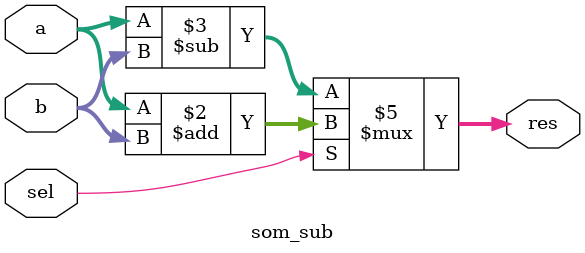
<source format=v>
`default_nettype none //Comando para desabilitar declaração automática de wires
module Mod_Teste (
//Clocks
input CLOCK_27, CLOCK_50,
//Chaves e Botoes
input [3:0] KEY,
input [17:0] SW,
//Displays de 7 seg e LEDs
output [0:6] HEX0, HEX1, HEX2, HEX3, HEX4, HEX5, HEX6, HEX7,
output [8:0] LEDG,
output [17:0] LEDR,
//Serial
output UART_TXD,
input UART_RXD,
inout [7:0] LCD_DATA,
output LCD_ON, LCD_BLON, LCD_RW, LCD_EN, LCD_RS,
//GPIO
inout [35:0] GPIO_0, GPIO_1
);
assign GPIO_1 = 36'hzzzzzzzzz;
assign GPIO_0 = 36'hzzzzzzzzz;
assign LCD_ON = 1'b1;
assign LCD_BLON = 1'b1;
wire [7:0] w_d0x0, w_d0x1, w_d0x2, w_d0x3, w_d0x4, w_d0x5,
w_d1x0, w_d1x1, w_d1x2, w_d1x3, w_d1x4, w_d1x5;
LCD_TEST MyLCD (
.iCLK ( CLOCK_50 ),
.iRST_N ( KEY[0] ),
.d0x0(w_d0x0),.d0x1(w_d0x1),.d0x2(w_d0x2),.d0x3(w_d0x3),.d0x4(w_d0x4),.d0x5(w_d0x5),
.d1x0(w_d1x0),.d1x1(w_d1x1),.d1x2(w_d1x2),.d1x3(w_d1x3),.d1x4(w_d1x4),.d1x5(w_d1x5),
.LCD_DATA( LCD_DATA ),
.LCD_RW ( LCD_RW ),
.LCD_EN ( LCD_EN ),
.LCD_RS ( LCD_RS )
);
//---------- modifique a partir daqui --------

som_sub meuSC (.a(SW[3:0]), .b(SW[7:4]), .sel(SW[17]), .res(LEDR[3:0]) );

endmodule

//Criação do módulo Somador/Subtrator
module som_sub(input [3:0] a, b,input sel, output reg[3:0] res);
	//assign res = a+b;
	always @ *begin
		if(sel)
			res = a+b;
		else	
			res = a-b;
		end
endmodule

</source>
